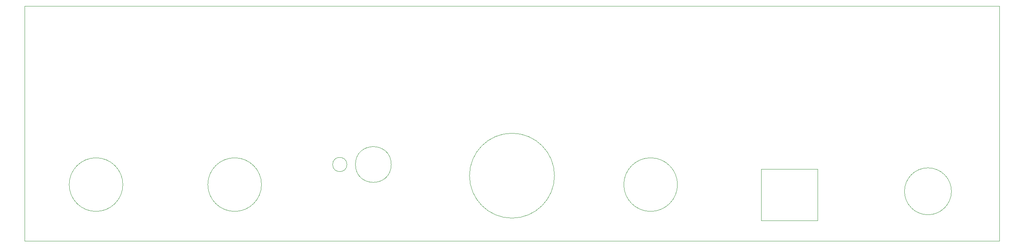
<source format=gbr>
%TF.GenerationSoftware,KiCad,Pcbnew,8.0.2*%
%TF.CreationDate,2024-05-10T04:23:11+02:00*%
%TF.ProjectId,PT-10 Rear,50542d31-3020-4526-9561-722e6b696361,rev?*%
%TF.SameCoordinates,Original*%
%TF.FileFunction,Profile,NP*%
%FSLAX46Y46*%
G04 Gerber Fmt 4.6, Leading zero omitted, Abs format (unit mm)*
G04 Created by KiCad (PCBNEW 8.0.2) date 2024-05-10 04:23:11*
%MOMM*%
%LPD*%
G01*
G04 APERTURE LIST*
%TA.AperFunction,Profile*%
%ADD10C,0.100000*%
%TD*%
G04 APERTURE END LIST*
D10*
X66095000Y-109752500D02*
G75*
G02*
X54095000Y-109752500I-6000000J0D01*
G01*
X54095000Y-109752500D02*
G75*
G02*
X66095000Y-109752500I6000000J0D01*
G01*
X221420000Y-117752500D02*
X208770000Y-117752500D01*
X262060000Y-122352500D02*
X44130000Y-122352500D01*
X44130000Y-122352500D02*
X44130000Y-69772500D01*
X190095000Y-109752500D02*
G75*
G02*
X178095000Y-109752500I-6000000J0D01*
G01*
X178095000Y-109752500D02*
G75*
G02*
X190095000Y-109752500I6000000J0D01*
G01*
X262060000Y-69772500D02*
X262060000Y-122352500D01*
X126095000Y-105252500D02*
G75*
G02*
X118095000Y-105252500I-4000000J0D01*
G01*
X118095000Y-105252500D02*
G75*
G02*
X126095000Y-105252500I4000000J0D01*
G01*
X116195000Y-105252500D02*
G75*
G02*
X112995000Y-105252500I-1600000J0D01*
G01*
X112995000Y-105252500D02*
G75*
G02*
X116195000Y-105252500I1600000J0D01*
G01*
X251345000Y-111252500D02*
G75*
G02*
X240845000Y-111252500I-5250000J0D01*
G01*
X240845000Y-111252500D02*
G75*
G02*
X251345000Y-111252500I5250000J0D01*
G01*
X221420000Y-106252500D02*
X221420000Y-117752500D01*
X208770000Y-106252500D02*
X221420000Y-106252500D01*
X44130000Y-69772500D02*
X262060000Y-69772500D01*
X208770000Y-117752500D02*
X208770000Y-106252500D01*
X97095000Y-109752500D02*
G75*
G02*
X85095000Y-109752500I-6000000J0D01*
G01*
X85095000Y-109752500D02*
G75*
G02*
X97095000Y-109752500I6000000J0D01*
G01*
X162595000Y-107752500D02*
G75*
G02*
X143595000Y-107752500I-9500000J0D01*
G01*
X143595000Y-107752500D02*
G75*
G02*
X162595000Y-107752500I9500000J0D01*
G01*
M02*

</source>
